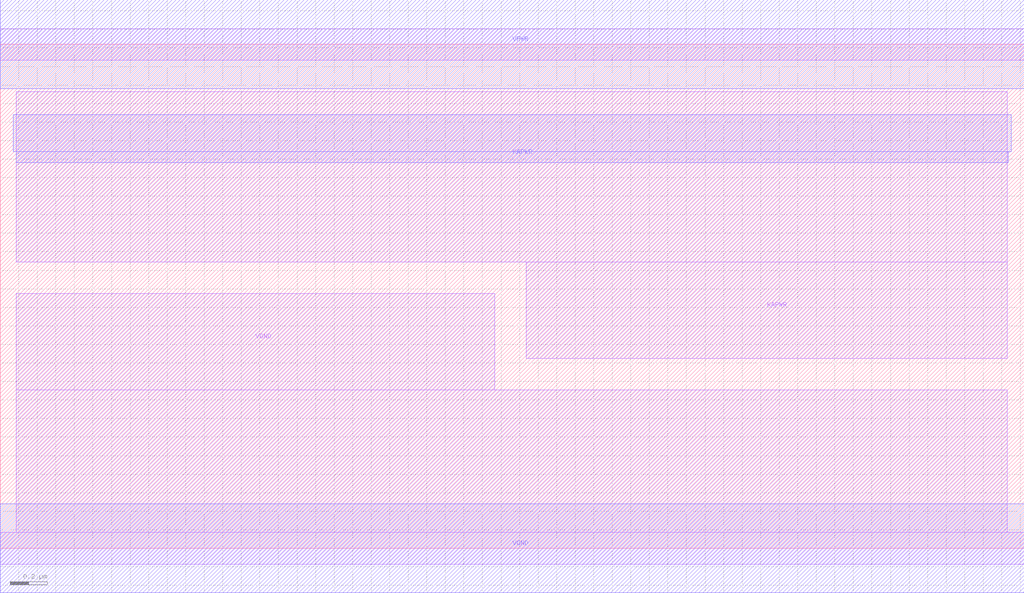
<source format=lef>
# Copyright 2020 The SkyWater PDK Authors
#
# Licensed under the Apache License, Version 2.0 (the "License");
# you may not use this file except in compliance with the License.
# You may obtain a copy of the License at
#
#     https://www.apache.org/licenses/LICENSE-2.0
#
# Unless required by applicable law or agreed to in writing, software
# distributed under the License is distributed on an "AS IS" BASIS,
# WITHOUT WARRANTIES OR CONDITIONS OF ANY KIND, either express or implied.
# See the License for the specific language governing permissions and
# limitations under the License.
#
# SPDX-License-Identifier: Apache-2.0

VERSION 5.5 ;
NAMESCASESENSITIVE ON ;
BUSBITCHARS "[]" ;
DIVIDERCHAR "/" ;
MACRO sky130_fd_sc_hd__lpflow_decapkapwr_12
  CLASS CORE ;
  SOURCE USER ;
  ORIGIN  0.000000  0.000000 ;
  SIZE  5.520000 BY  2.720000 ;
  SYMMETRY X Y R90 ;
  SITE unithd ;
  PIN KAPWR
    DIRECTION INOUT ;
    SHAPE ABUTMENT ;
    USE POWER ;
    PORT
      LAYER li1 ;
        RECT 0.085000 1.545000 5.430000 2.465000 ;
        RECT 2.835000 1.025000 5.430000 1.545000 ;
    END
    PORT
      LAYER met1 ;
        RECT 0.070000 2.140000 5.450000 2.340000 ;
        RECT 0.085000 2.080000 5.435000 2.140000 ;
    END
  END KAPWR
  PIN VGND
    DIRECTION INOUT ;
    SHAPE ABUTMENT ;
    USE GROUND ;
    PORT
      LAYER li1 ;
        RECT 0.000000 -0.085000 5.520000 0.085000 ;
        RECT 0.085000  0.085000 5.430000 0.855000 ;
        RECT 0.085000  0.855000 2.665000 1.375000 ;
    END
    PORT
      LAYER met1 ;
        RECT 0.000000 -0.240000 5.520000 0.240000 ;
    END
  END VGND
  PIN VPWR
    DIRECTION INOUT ;
    SHAPE ABUTMENT ;
    USE POWER ;
    PORT
      LAYER li1 ;
        RECT 0.000000 2.635000 5.520000 2.805000 ;
    END
    PORT
      LAYER met1 ;
        RECT 0.000000 2.480000 5.520000 2.960000 ;
    END
  END VPWR
  OBS
  END
END sky130_fd_sc_hd__lpflow_decapkapwr_12

</source>
